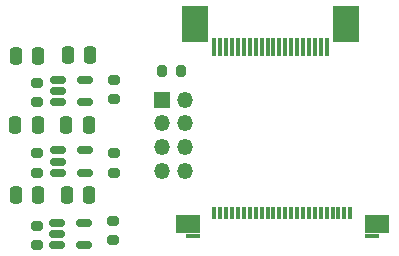
<source format=gts>
G04 #@! TF.GenerationSoftware,KiCad,Pcbnew,9.0.0*
G04 #@! TF.CreationDate,2025-09-01T12:56:58+03:00*
G04 #@! TF.ProjectId,OV24-RV_V1.0,4f563234-2d52-4565-9f56-312e302e6b69,rev?*
G04 #@! TF.SameCoordinates,Original*
G04 #@! TF.FileFunction,Soldermask,Top*
G04 #@! TF.FilePolarity,Negative*
%FSLAX46Y46*%
G04 Gerber Fmt 4.6, Leading zero omitted, Abs format (unit mm)*
G04 Created by KiCad (PCBNEW 9.0.0) date 2025-09-01 12:56:58*
%MOMM*%
%LPD*%
G01*
G04 APERTURE LIST*
G04 Aperture macros list*
%AMRoundRect*
0 Rectangle with rounded corners*
0 $1 Rounding radius*
0 $2 $3 $4 $5 $6 $7 $8 $9 X,Y pos of 4 corners*
0 Add a 4 corners polygon primitive as box body*
4,1,4,$2,$3,$4,$5,$6,$7,$8,$9,$2,$3,0*
0 Add four circle primitives for the rounded corners*
1,1,$1+$1,$2,$3*
1,1,$1+$1,$4,$5*
1,1,$1+$1,$6,$7*
1,1,$1+$1,$8,$9*
0 Add four rect primitives between the rounded corners*
20,1,$1+$1,$2,$3,$4,$5,0*
20,1,$1+$1,$4,$5,$6,$7,0*
20,1,$1+$1,$6,$7,$8,$9,0*
20,1,$1+$1,$8,$9,$2,$3,0*%
G04 Aperture macros list end*
%ADD10RoundRect,0.150000X-0.512500X-0.150000X0.512500X-0.150000X0.512500X0.150000X-0.512500X0.150000X0*%
%ADD11RoundRect,0.250000X0.250000X0.475000X-0.250000X0.475000X-0.250000X-0.475000X0.250000X-0.475000X0*%
%ADD12R,0.300000X1.100000*%
%ADD13R,2.100000X1.600000*%
%ADD14R,1.300000X0.350000*%
%ADD15R,1.350000X1.350000*%
%ADD16O,1.350000X1.350000*%
%ADD17RoundRect,0.200000X-0.275000X0.200000X-0.275000X-0.200000X0.275000X-0.200000X0.275000X0.200000X0*%
%ADD18RoundRect,0.200000X-0.200000X-0.275000X0.200000X-0.275000X0.200000X0.275000X-0.200000X0.275000X0*%
%ADD19R,0.300000X1.600000*%
%ADD20R,2.240000X3.120000*%
G04 APERTURE END LIST*
D10*
X58786250Y-74601250D03*
X58786250Y-75551250D03*
X58786250Y-76501250D03*
X61061250Y-76501250D03*
X61061250Y-74601250D03*
D11*
X57103750Y-78401250D03*
X55203750Y-78401250D03*
D12*
X72043750Y-79916250D03*
X72543750Y-79916250D03*
X73043750Y-79916250D03*
X73543750Y-79916250D03*
X74043750Y-79916250D03*
X74543750Y-79916250D03*
X75043750Y-79916250D03*
X75543750Y-79916250D03*
X76043750Y-79916250D03*
X76543750Y-79916250D03*
X77043750Y-79916250D03*
X77543750Y-79916250D03*
X78043750Y-79916250D03*
X78543750Y-79916250D03*
X79043750Y-79916250D03*
X79543750Y-79916250D03*
X80043750Y-79916250D03*
X80543750Y-79916250D03*
X81043750Y-79916250D03*
X81543750Y-79916250D03*
X82043750Y-79916250D03*
X82543750Y-79916250D03*
X83043750Y-79916250D03*
X83543750Y-79916250D03*
D13*
X69793750Y-80866250D03*
D14*
X70193750Y-81841250D03*
X85393750Y-81841250D03*
D13*
X85793750Y-80866250D03*
D10*
X58736250Y-80711250D03*
X58736250Y-81661250D03*
X58736250Y-82611250D03*
X61011250Y-82611250D03*
X61011250Y-80711250D03*
D11*
X57092500Y-72446250D03*
X55192500Y-72446250D03*
X61503750Y-66541250D03*
X59603750Y-66541250D03*
D15*
X67583750Y-70301250D03*
D16*
X69583750Y-70301250D03*
X67583750Y-72301250D03*
X69583750Y-72301250D03*
X67583750Y-74301250D03*
X69583750Y-74301250D03*
X67583750Y-76301250D03*
X69583750Y-76301250D03*
D17*
X63513750Y-68591250D03*
X63513750Y-70241250D03*
D10*
X58772500Y-68636250D03*
X58772500Y-69586250D03*
X58772500Y-70536250D03*
X61047500Y-70536250D03*
X61047500Y-68636250D03*
D11*
X61412500Y-72446250D03*
X59512500Y-72446250D03*
D18*
X67603750Y-67891250D03*
X69253750Y-67891250D03*
D19*
X81543750Y-65871250D03*
X81043750Y-65871250D03*
X80543750Y-65871250D03*
X80043750Y-65871250D03*
X79543750Y-65871250D03*
X79043750Y-65871250D03*
X78543750Y-65871250D03*
X78043750Y-65871250D03*
X77543750Y-65871250D03*
X77043750Y-65871250D03*
X76543750Y-65871250D03*
X76043750Y-65871250D03*
X75543750Y-65871250D03*
X75043750Y-65871250D03*
X74543750Y-65871250D03*
X74043750Y-65871250D03*
X73543750Y-65871250D03*
X73043750Y-65871250D03*
X72543750Y-65871250D03*
X72043750Y-65871250D03*
D20*
X83190750Y-63891250D03*
X70396750Y-63891250D03*
D17*
X63513750Y-74841250D03*
X63513750Y-76491250D03*
X57013750Y-74846250D03*
X57013750Y-76496250D03*
X57057500Y-68881250D03*
X57057500Y-70531250D03*
X63483750Y-80558750D03*
X63483750Y-82208750D03*
X57003750Y-80966250D03*
X57003750Y-82616250D03*
D11*
X61443750Y-78411250D03*
X59543750Y-78411250D03*
X57103750Y-66601250D03*
X55203750Y-66601250D03*
M02*

</source>
